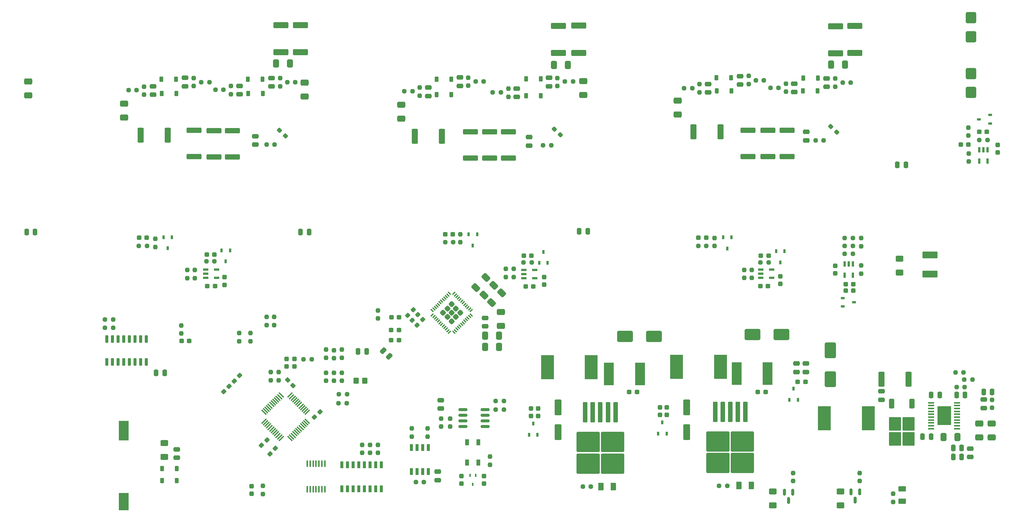
<source format=gbr>
%TF.GenerationSoftware,KiCad,Pcbnew,7.0.1*%
%TF.CreationDate,2023-11-27T14:14:32+03:00*%
%TF.ProjectId,motordriver,6d6f746f-7264-4726-9976-65722e6b6963,rev?*%
%TF.SameCoordinates,Original*%
%TF.FileFunction,Paste,Top*%
%TF.FilePolarity,Positive*%
%FSLAX46Y46*%
G04 Gerber Fmt 4.6, Leading zero omitted, Abs format (unit mm)*
G04 Created by KiCad (PCBNEW 7.0.1) date 2023-11-27 14:14:32*
%MOMM*%
%LPD*%
G01*
G04 APERTURE LIST*
G04 Aperture macros list*
%AMRoundRect*
0 Rectangle with rounded corners*
0 $1 Rounding radius*
0 $2 $3 $4 $5 $6 $7 $8 $9 X,Y pos of 4 corners*
0 Add a 4 corners polygon primitive as box body*
4,1,4,$2,$3,$4,$5,$6,$7,$8,$9,$2,$3,0*
0 Add four circle primitives for the rounded corners*
1,1,$1+$1,$2,$3*
1,1,$1+$1,$4,$5*
1,1,$1+$1,$6,$7*
1,1,$1+$1,$8,$9*
0 Add four rect primitives between the rounded corners*
20,1,$1+$1,$2,$3,$4,$5,0*
20,1,$1+$1,$4,$5,$6,$7,0*
20,1,$1+$1,$6,$7,$8,$9,0*
20,1,$1+$1,$8,$9,$2,$3,0*%
G04 Aperture macros list end*
%ADD10RoundRect,0.237500X0.250000X0.237500X-0.250000X0.237500X-0.250000X-0.237500X0.250000X-0.237500X0*%
%ADD11RoundRect,0.250000X0.475000X-0.250000X0.475000X0.250000X-0.475000X0.250000X-0.475000X-0.250000X0*%
%ADD12RoundRect,0.249999X1.425001X-0.450001X1.425001X0.450001X-1.425001X0.450001X-1.425001X-0.450001X0*%
%ADD13RoundRect,0.250000X-0.250000X-0.475000X0.250000X-0.475000X0.250000X0.475000X-0.250000X0.475000X0*%
%ADD14RoundRect,0.250000X-1.425000X0.362500X-1.425000X-0.362500X1.425000X-0.362500X1.425000X0.362500X0*%
%ADD15RoundRect,0.237500X0.300000X0.237500X-0.300000X0.237500X-0.300000X-0.237500X0.300000X-0.237500X0*%
%ADD16R,0.600000X1.200000*%
%ADD17RoundRect,0.237500X0.237500X-0.250000X0.237500X0.250000X-0.237500X0.250000X-0.237500X-0.250000X0*%
%ADD18RoundRect,0.237500X0.237500X-0.300000X0.237500X0.300000X-0.237500X0.300000X-0.237500X-0.300000X0*%
%ADD19RoundRect,0.250000X-0.475000X0.250000X-0.475000X-0.250000X0.475000X-0.250000X0.475000X0.250000X0*%
%ADD20RoundRect,0.237500X-0.237500X0.250000X-0.237500X-0.250000X0.237500X-0.250000X0.237500X0.250000X0*%
%ADD21RoundRect,0.225000X0.225000X0.375000X-0.225000X0.375000X-0.225000X-0.375000X0.225000X-0.375000X0*%
%ADD22RoundRect,0.250000X-0.550000X1.500000X-0.550000X-1.500000X0.550000X-1.500000X0.550000X1.500000X0*%
%ADD23R,0.600000X0.850000*%
%ADD24RoundRect,0.250000X-1.450000X0.537500X-1.450000X-0.537500X1.450000X-0.537500X1.450000X0.537500X0*%
%ADD25RoundRect,0.250000X-0.350000X0.850000X-0.350000X-0.850000X0.350000X-0.850000X0.350000X0.850000X0*%
%ADD26RoundRect,0.250000X-1.125000X1.275000X-1.125000X-1.275000X1.125000X-1.275000X1.125000X1.275000X0*%
%ADD27RoundRect,0.237500X-0.250000X-0.237500X0.250000X-0.237500X0.250000X0.237500X-0.250000X0.237500X0*%
%ADD28RoundRect,0.249999X-0.450001X-1.425001X0.450001X-1.425001X0.450001X1.425001X-0.450001X1.425001X0*%
%ADD29RoundRect,0.237500X-0.237500X0.300000X-0.237500X-0.300000X0.237500X-0.300000X0.237500X0.300000X0*%
%ADD30RoundRect,0.250000X-0.167938X0.751301X-0.751301X0.167938X0.167938X-0.751301X0.751301X-0.167938X0*%
%ADD31RoundRect,0.250000X0.412500X0.650000X-0.412500X0.650000X-0.412500X-0.650000X0.412500X-0.650000X0*%
%ADD32RoundRect,0.250000X-0.625000X0.375000X-0.625000X-0.375000X0.625000X-0.375000X0.625000X0.375000X0*%
%ADD33R,0.650000X1.525000*%
%ADD34RoundRect,0.237500X-0.044194X-0.380070X0.380070X0.044194X0.044194X0.380070X-0.380070X-0.044194X0*%
%ADD35RoundRect,0.250000X-0.300000X2.050000X-0.300000X-2.050000X0.300000X-2.050000X0.300000X2.050000X0*%
%ADD36RoundRect,0.250000X-2.375000X2.025000X-2.375000X-2.025000X2.375000X-2.025000X2.375000X2.025000X0*%
%ADD37R,2.200000X5.200000*%
%ADD38RoundRect,0.250000X-1.500000X-1.000000X1.500000X-1.000000X1.500000X1.000000X-1.500000X1.000000X0*%
%ADD39RoundRect,0.237500X-0.300000X-0.237500X0.300000X-0.237500X0.300000X0.237500X-0.300000X0.237500X0*%
%ADD40RoundRect,0.250000X0.250000X0.475000X-0.250000X0.475000X-0.250000X-0.475000X0.250000X-0.475000X0*%
%ADD41RoundRect,0.225000X-0.225000X-0.375000X0.225000X-0.375000X0.225000X0.375000X-0.225000X0.375000X0*%
%ADD42RoundRect,0.250000X0.625000X-0.400000X0.625000X0.400000X-0.625000X0.400000X-0.625000X-0.400000X0*%
%ADD43RoundRect,0.237500X-0.008839X-0.344715X0.344715X0.008839X0.008839X0.344715X-0.344715X-0.008839X0*%
%ADD44RoundRect,0.250000X-0.650000X0.412500X-0.650000X-0.412500X0.650000X-0.412500X0.650000X0.412500X0*%
%ADD45R,1.200000X0.600000*%
%ADD46RoundRect,0.250000X-0.625000X0.400000X-0.625000X-0.400000X0.625000X-0.400000X0.625000X0.400000X0*%
%ADD47R,0.850000X0.600000*%
%ADD48R,2.300000X4.000000*%
%ADD49R,2.300000X4.400000*%
%ADD50RoundRect,0.250000X0.000000X0.424264X-0.424264X0.000000X0.000000X-0.424264X0.424264X0.000000X0*%
%ADD51RoundRect,0.062500X0.220971X0.309359X-0.309359X-0.220971X-0.220971X-0.309359X0.309359X0.220971X0*%
%ADD52RoundRect,0.062500X-0.220971X0.309359X-0.309359X0.220971X0.220971X-0.309359X0.309359X-0.220971X0*%
%ADD53RoundRect,0.237500X0.344715X-0.008839X-0.008839X0.344715X-0.344715X0.008839X0.008839X-0.344715X0*%
%ADD54R,2.900000X5.400000*%
%ADD55RoundRect,0.150000X-0.150000X0.587500X-0.150000X-0.587500X0.150000X-0.587500X0.150000X0.587500X0*%
%ADD56R,0.900000X1.350000*%
%ADD57RoundRect,0.250000X0.375000X0.625000X-0.375000X0.625000X-0.375000X-0.625000X0.375000X-0.625000X0*%
%ADD58RoundRect,0.237500X0.044194X0.380070X-0.380070X-0.044194X-0.044194X-0.380070X0.380070X0.044194X0*%
%ADD59RoundRect,0.075000X-0.521491X0.415425X0.415425X-0.521491X0.521491X-0.415425X-0.415425X0.521491X0*%
%ADD60RoundRect,0.075000X-0.521491X-0.415425X-0.415425X-0.521491X0.521491X0.415425X0.415425X0.521491X0*%
%ADD61RoundRect,0.150000X-0.825000X-0.150000X0.825000X-0.150000X0.825000X0.150000X-0.825000X0.150000X0*%
%ADD62RoundRect,0.150000X-0.150000X0.725000X-0.150000X-0.725000X0.150000X-0.725000X0.150000X0.725000X0*%
%ADD63RoundRect,0.250000X0.900000X-1.000000X0.900000X1.000000X-0.900000X1.000000X-0.900000X-1.000000X0*%
%ADD64RoundRect,0.237500X0.380070X-0.044194X-0.044194X0.380070X-0.380070X0.044194X0.044194X-0.380070X0*%
%ADD65RoundRect,0.250000X0.650000X-0.412500X0.650000X0.412500X-0.650000X0.412500X-0.650000X-0.412500X0*%
%ADD66RoundRect,0.250000X-0.350000X-0.450000X0.350000X-0.450000X0.350000X0.450000X-0.350000X0.450000X0*%
%ADD67RoundRect,0.250000X-0.900000X1.000000X-0.900000X-1.000000X0.900000X-1.000000X0.900000X1.000000X0*%
%ADD68RoundRect,0.100000X-0.100000X0.637500X-0.100000X-0.637500X0.100000X-0.637500X0.100000X0.637500X0*%
%ADD69RoundRect,0.250000X1.000000X-1.500000X1.000000X1.500000X-1.000000X1.500000X-1.000000X-1.500000X0*%
%ADD70RoundRect,0.250000X0.512652X0.159099X0.159099X0.512652X-0.512652X-0.159099X-0.159099X-0.512652X0*%
%ADD71R,0.450000X0.700000*%
%ADD72R,1.450000X0.450000*%
%ADD73R,3.150000X4.350000*%
G04 APERTURE END LIST*
D10*
%TO.C,R9*%
X151788500Y-147828000D03*
X149963500Y-147828000D03*
%TD*%
D11*
%TO.C,C94*%
X117983000Y-130236000D03*
X117983000Y-128336000D03*
%TD*%
D12*
%TO.C,R149*%
X211175600Y-50038000D03*
X211175600Y-43938000D03*
%TD*%
D13*
%TO.C,C26*%
X53914000Y-122174000D03*
X55814000Y-122174000D03*
%TD*%
D14*
%TO.C,R42*%
X129032000Y-67818000D03*
X129032000Y-73743000D03*
%TD*%
D15*
%TO.C,C18*%
X210869700Y-102158800D03*
X209144700Y-102158800D03*
%TD*%
D16*
%TO.C,OPA5*%
X210804800Y-97606800D03*
X209854800Y-97606800D03*
X208904800Y-97606800D03*
X208904800Y-100106800D03*
X210804800Y-100106800D03*
%TD*%
D17*
%TO.C,R47*%
X79756000Y-123848500D03*
X79756000Y-122023500D03*
%TD*%
D18*
%TO.C,C112*%
X243382800Y-72490500D03*
X243382800Y-70765500D03*
%TD*%
D17*
%TO.C,R70*%
X179628800Y-93573600D03*
X179628800Y-91748600D03*
%TD*%
D19*
%TO.C,C99*%
X53187600Y-57520800D03*
X53187600Y-59420800D03*
%TD*%
D20*
%TO.C,R88*%
X197322400Y-144754200D03*
X197322400Y-146579200D03*
%TD*%
D15*
%TO.C,C14*%
X162152500Y-126492000D03*
X160427500Y-126492000D03*
%TD*%
D21*
%TO.C,D15*%
X120318800Y-55930800D03*
X117018800Y-55930800D03*
%TD*%
D10*
%TO.C,R141*%
X69086100Y-58318400D03*
X67261100Y-58318400D03*
%TD*%
D17*
%TO.C,R56*%
X80518000Y-111412500D03*
X80518000Y-109587500D03*
%TD*%
D22*
%TO.C,C16*%
X144399000Y-129915000D03*
X144399000Y-135515000D03*
%TD*%
D23*
%TO.C,Z2*%
X57489300Y-91561600D03*
X55589300Y-91561600D03*
X56539300Y-94061600D03*
%TD*%
D10*
%TO.C,R4*%
X235938700Y-125350816D03*
X234113700Y-125350816D03*
%TD*%
D18*
%TO.C,C77*%
X127762000Y-147166500D03*
X127762000Y-145441500D03*
%TD*%
D17*
%TO.C,R152*%
X81838800Y-57554500D03*
X81838800Y-55729500D03*
%TD*%
D24*
%TO.C,C61*%
X228142800Y-95601700D03*
X228142800Y-99876700D03*
%TD*%
D20*
%TO.C,R30*%
X103860000Y-108067500D03*
X103860000Y-109892500D03*
%TD*%
D15*
%TO.C,C52*%
X191108500Y-126492000D03*
X189383500Y-126492000D03*
%TD*%
D25*
%TO.C,D8*%
X224098200Y-129080817D03*
D26*
X223343200Y-133705817D03*
X220293200Y-133705817D03*
X223343200Y-137055817D03*
X220293200Y-137055817D03*
D25*
X219538200Y-129080817D03*
%TD*%
D17*
%TO.C,R48*%
X122428000Y-92706200D03*
X122428000Y-90881200D03*
%TD*%
D14*
%TO.C,R32*%
X195961000Y-67437000D03*
X195961000Y-73362000D03*
%TD*%
D23*
%TO.C,Z5*%
X70546000Y-94528000D03*
X68646000Y-94528000D03*
X69596000Y-97028000D03*
%TD*%
D17*
%TO.C,R117*%
X95758000Y-123952000D03*
X95758000Y-122127000D03*
%TD*%
D27*
%TO.C,R12*%
X208942300Y-93522800D03*
X210767300Y-93522800D03*
%TD*%
D11*
%TO.C,C27*%
X58547000Y-141292000D03*
X58547000Y-139392000D03*
%TD*%
D28*
%TO.C,R7*%
X217244200Y-123572816D03*
X223344200Y-123572816D03*
%TD*%
D10*
%TO.C,R64*%
X191817000Y-97282000D03*
X189992000Y-97282000D03*
%TD*%
%TO.C,R61*%
X138453500Y-97282000D03*
X136628500Y-97282000D03*
%TD*%
%TO.C,R52*%
X96882500Y-127000000D03*
X95057500Y-127000000D03*
%TD*%
%TO.C,R125*%
X114196500Y-146812000D03*
X112371500Y-146812000D03*
%TD*%
D17*
%TO.C,R151*%
X111506000Y-136548500D03*
X111506000Y-134723500D03*
%TD*%
%TO.C,R124*%
X62331600Y-57503700D03*
X62331600Y-55678700D03*
%TD*%
D29*
%TO.C,C74*%
X194411600Y-100381900D03*
X194411600Y-102106900D03*
%TD*%
D10*
%TO.C,R143*%
X131519300Y-58928000D03*
X129694300Y-58928000D03*
%TD*%
D28*
%TO.C,R96*%
X50450000Y-68580000D03*
X56550000Y-68580000D03*
%TD*%
D17*
%TO.C,R53*%
X59600000Y-113312500D03*
X59600000Y-111487500D03*
%TD*%
D13*
%TO.C,C50*%
X86426000Y-90373200D03*
X88326000Y-90373200D03*
%TD*%
D30*
%TO.C,C81*%
X131660854Y-104152746D03*
X129451146Y-106362454D03*
%TD*%
D19*
%TO.C,C10*%
X217246200Y-126346416D03*
X217246200Y-128246416D03*
%TD*%
D14*
%TO.C,R34*%
X66936000Y-67564000D03*
X66936000Y-73489000D03*
%TD*%
D20*
%TO.C,R153*%
X70764400Y-57507500D03*
X70764400Y-59332500D03*
%TD*%
D29*
%TO.C,C64*%
X69291200Y-100585100D03*
X69291200Y-102310100D03*
%TD*%
D31*
%TO.C,C49*%
X208978900Y-52679600D03*
X205853900Y-52679600D03*
%TD*%
D32*
%TO.C,D2*%
X221869000Y-148330001D03*
X221869000Y-151130001D03*
%TD*%
D33*
%TO.C,IC3*%
X104648000Y-142912000D03*
X103378000Y-142912000D03*
X102108000Y-142912000D03*
X100838000Y-142912000D03*
X99568000Y-142912000D03*
X98298000Y-142912000D03*
X97028000Y-142912000D03*
X95758000Y-142912000D03*
X95758000Y-148336000D03*
X97028000Y-148336000D03*
X98298000Y-148336000D03*
X99568000Y-148336000D03*
X100838000Y-148336000D03*
X102108000Y-148336000D03*
X103378000Y-148336000D03*
X104648000Y-148336000D03*
%TD*%
D11*
%TO.C,C110*%
X185420000Y-57134800D03*
X185420000Y-55234800D03*
%TD*%
D27*
%TO.C,R133*%
X130387500Y-128470000D03*
X132212500Y-128470000D03*
%TD*%
D33*
%TO.C,IC4*%
X115189000Y-139020000D03*
X113919000Y-139020000D03*
X112649000Y-139020000D03*
X111379000Y-139020000D03*
X111379000Y-144444000D03*
X112649000Y-144444000D03*
X113919000Y-144444000D03*
X115189000Y-144444000D03*
%TD*%
D20*
%TO.C,R63*%
X186333908Y-98938838D03*
X186333908Y-100763838D03*
%TD*%
D34*
%TO.C,C29*%
X89560120Y-132181880D03*
X90779880Y-130962120D03*
%TD*%
D27*
%TO.C,R45*%
X192229100Y-57861200D03*
X194054100Y-57861200D03*
%TD*%
D17*
%TO.C,R119*%
X92202000Y-123952000D03*
X92202000Y-122127000D03*
%TD*%
D35*
%TO.C,U5*%
X186553000Y-130943000D03*
X184853000Y-130943000D03*
X183153000Y-130943000D03*
D36*
X185928000Y-137668000D03*
X180378000Y-137668000D03*
X185928000Y-142518000D03*
X180378000Y-142518000D03*
D35*
X181453000Y-130943000D03*
X179753000Y-130943000D03*
%TD*%
D37*
%TO.C,D6*%
X184587000Y-122301000D03*
X191587000Y-122301000D03*
%TD*%
D19*
%TO.C,C43*%
X137871200Y-69001600D03*
X137871200Y-70901600D03*
%TD*%
%TO.C,C108*%
X178155600Y-57012800D03*
X178155600Y-58912800D03*
%TD*%
D38*
%TO.C,C13*%
X159489000Y-113919000D03*
X165989000Y-113919000D03*
%TD*%
D39*
%TO.C,C22*%
X106833500Y-114808000D03*
X108558500Y-114808000D03*
%TD*%
D40*
%TO.C,R2*%
X235280200Y-141098816D03*
X233380200Y-141098816D03*
%TD*%
D29*
%TO.C,C62*%
X83312000Y-119025500D03*
X83312000Y-120750500D03*
%TD*%
D20*
%TO.C,R87*%
X118045000Y-132461000D03*
X118045000Y-134286000D03*
%TD*%
D41*
%TO.C,D9*%
X55246000Y-146438000D03*
X58546000Y-146438000D03*
%TD*%
D29*
%TO.C,L7*%
X167386000Y-129947500D03*
X167386000Y-131672500D03*
%TD*%
D11*
%TO.C,C109*%
X204851000Y-57658000D03*
X204851000Y-55758000D03*
%TD*%
%TO.C,C102*%
X79908400Y-57592000D03*
X79908400Y-55692000D03*
%TD*%
D17*
%TO.C,R123*%
X124206000Y-57402100D03*
X124206000Y-55577100D03*
%TD*%
D21*
%TO.C,D22*%
X183387000Y-55626000D03*
X180087000Y-55626000D03*
%TD*%
D19*
%TO.C,C103*%
X115163600Y-57825600D03*
X115163600Y-59725600D03*
%TD*%
D11*
%TO.C,C101*%
X60452000Y-57526000D03*
X60452000Y-55626000D03*
%TD*%
D15*
%TO.C,C59*%
X236792500Y-70700000D03*
X235067500Y-70700000D03*
%TD*%
D17*
%TO.C,R40*%
X53691700Y-93774900D03*
X53691700Y-91949900D03*
%TD*%
D10*
%TO.C,R38*%
X127658500Y-56489600D03*
X125833500Y-56489600D03*
%TD*%
D41*
%TO.C,D12*%
X55144400Y-59131200D03*
X58444400Y-59131200D03*
%TD*%
%TO.C,D25*%
X199518000Y-58572400D03*
X202818000Y-58572400D03*
%TD*%
D40*
%TO.C,C4*%
X235280200Y-139066816D03*
X233380200Y-139066816D03*
%TD*%
D42*
%TO.C,R91*%
X208026000Y-152019600D03*
X208026000Y-148919600D03*
%TD*%
%TO.C,R146*%
X221284800Y-99543200D03*
X221284800Y-96443200D03*
%TD*%
D34*
%TO.C,C68*%
X69090120Y-126409880D03*
X70309880Y-125190120D03*
%TD*%
D17*
%TO.C,R159*%
X206806800Y-57605300D03*
X206806800Y-55780300D03*
%TD*%
D43*
%TO.C,R16*%
X112654765Y-111445235D03*
X113945235Y-110154765D03*
%TD*%
D12*
%TO.C,R95*%
X82042000Y-49836800D03*
X82042000Y-43736800D03*
%TD*%
D10*
%TO.C,R49*%
X67056000Y-97028000D03*
X65231000Y-97028000D03*
%TD*%
D17*
%TO.C,R54*%
X78800000Y-111412500D03*
X78800000Y-109587500D03*
%TD*%
D44*
%TO.C,C1*%
X242011200Y-133567316D03*
X242011200Y-136692316D03*
%TD*%
D27*
%TO.C,R5*%
X233859700Y-122048816D03*
X235684700Y-122048816D03*
%TD*%
D44*
%TO.C,C34*%
X87376000Y-56730500D03*
X87376000Y-59855500D03*
%TD*%
D20*
%TO.C,R90*%
X212293200Y-144731100D03*
X212293200Y-146556100D03*
%TD*%
D45*
%TO.C,OPA1*%
X65044000Y-98872000D03*
X65044000Y-99822000D03*
X65044000Y-100772000D03*
X67544000Y-100772000D03*
X67544000Y-98872000D03*
%TD*%
D15*
%TO.C,C63*%
X61362500Y-115000000D03*
X59637500Y-115000000D03*
%TD*%
D12*
%TO.C,R147*%
X86410800Y-49836800D03*
X86410800Y-43736800D03*
%TD*%
D41*
%TO.C,D19*%
X180112400Y-58572400D03*
X183412400Y-58572400D03*
%TD*%
D14*
%TO.C,R17*%
X187198000Y-67437000D03*
X187198000Y-73362000D03*
%TD*%
D28*
%TO.C,R100*%
X174877000Y-67818000D03*
X180977000Y-67818000D03*
%TD*%
D27*
%TO.C,R69*%
X118975500Y-92710000D03*
X120800500Y-92710000D03*
%TD*%
D23*
%TO.C,Z4*%
X183466500Y-91626300D03*
X181566500Y-91626300D03*
X182516500Y-94126300D03*
%TD*%
D19*
%TO.C,C100*%
X72694800Y-57470000D03*
X72694800Y-59370000D03*
%TD*%
D37*
%TO.C,D4*%
X155829000Y-122428000D03*
X162829000Y-122428000D03*
%TD*%
D46*
%TO.C,R58*%
X55753000Y-138030000D03*
X55753000Y-141130000D03*
%TD*%
D31*
%TO.C,C42*%
X84062500Y-52425600D03*
X80937500Y-52425600D03*
%TD*%
D38*
%TO.C,C35*%
X188214000Y-113538000D03*
X194714000Y-113538000D03*
%TD*%
D30*
%TO.C,C80*%
X129933654Y-102425546D03*
X127723946Y-104635254D03*
%TD*%
D47*
%TO.C,Z9*%
X241666400Y-65923200D03*
X241666400Y-64023200D03*
X239166400Y-64973200D03*
%TD*%
D44*
%TO.C,C117*%
X150114000Y-56349500D03*
X150114000Y-59474500D03*
%TD*%
D10*
%TO.C,R130*%
X142847700Y-70815200D03*
X141022700Y-70815200D03*
%TD*%
D17*
%TO.C,R62*%
X188033908Y-100763838D03*
X188033908Y-98938838D03*
%TD*%
D13*
%TO.C,C8*%
X228422200Y-127125817D03*
X230322200Y-127125817D03*
%TD*%
D48*
%TO.C,IC5*%
X46609000Y-151219000D03*
D49*
X46609000Y-135219000D03*
%TD*%
D16*
%TO.C,OPA4*%
X241092400Y-71902000D03*
X240142400Y-71902000D03*
X239192400Y-71902000D03*
X239192400Y-74402000D03*
X241092400Y-74402000D03*
%TD*%
D15*
%TO.C,C69*%
X67006000Y-95504000D03*
X65281000Y-95504000D03*
%TD*%
D50*
%TO.C,U4*%
X122380737Y-108617473D03*
X121412000Y-107648737D03*
X120443264Y-106680000D03*
X121412000Y-109586209D03*
X120443264Y-108617473D03*
X119474528Y-107648737D03*
X120443264Y-110554946D03*
X119474528Y-109586209D03*
X118505791Y-108617473D03*
D51*
X124818487Y-108131337D03*
X124464934Y-107777784D03*
X124111380Y-107424230D03*
X123757827Y-107070677D03*
X123404274Y-106717124D03*
X123050720Y-106363570D03*
X122697167Y-106010017D03*
X122343613Y-105656463D03*
X121990060Y-105302910D03*
X121636507Y-104949357D03*
X121282953Y-104595803D03*
X120929400Y-104242250D03*
D52*
X119957128Y-104242250D03*
X119603575Y-104595803D03*
X119250021Y-104949357D03*
X118896468Y-105302910D03*
X118542915Y-105656463D03*
X118189361Y-106010017D03*
X117835808Y-106363570D03*
X117482254Y-106717124D03*
X117128701Y-107070677D03*
X116775148Y-107424230D03*
X116421594Y-107777784D03*
X116068041Y-108131337D03*
D51*
X116068041Y-109103609D03*
X116421594Y-109457162D03*
X116775148Y-109810716D03*
X117128701Y-110164269D03*
X117482254Y-110517822D03*
X117835808Y-110871376D03*
X118189361Y-111224929D03*
X118542915Y-111578483D03*
X118896468Y-111932036D03*
X119250021Y-112285589D03*
X119603575Y-112639143D03*
X119957128Y-112992696D03*
D52*
X120929400Y-112992696D03*
X121282953Y-112639143D03*
X121636507Y-112285589D03*
X121990060Y-111932036D03*
X122343613Y-111578483D03*
X122697167Y-111224929D03*
X123050720Y-110871376D03*
X123404274Y-110517822D03*
X123757827Y-110164269D03*
X124111380Y-109810716D03*
X124464934Y-109457162D03*
X124818487Y-109103609D03*
%TD*%
D53*
%TO.C,R127*%
X82992035Y-68717235D03*
X81701565Y-67426765D03*
%TD*%
D11*
%TO.C,C106*%
X142367000Y-57541200D03*
X142367000Y-55641200D03*
%TD*%
D15*
%TO.C,C75*%
X191773491Y-95747805D03*
X190048491Y-95747805D03*
%TD*%
D17*
%TO.C,R118*%
X93980000Y-123952000D03*
X93980000Y-122127000D03*
%TD*%
D27*
%TO.C,R142*%
X145950300Y-56489600D03*
X147775300Y-56489600D03*
%TD*%
D12*
%TO.C,R97*%
X149047200Y-49987200D03*
X149047200Y-43887200D03*
%TD*%
D54*
%TO.C,L4*%
X180975000Y-120777000D03*
X171075000Y-120777000D03*
%TD*%
D20*
%TO.C,R60*%
X132608000Y-98721500D03*
X132608000Y-100546500D03*
%TD*%
D47*
%TO.C,Z8*%
X208534438Y-105277388D03*
X208534438Y-107177388D03*
X211034438Y-106227388D03*
%TD*%
D41*
%TO.C,D13*%
X74600800Y-59182000D03*
X77900800Y-59182000D03*
%TD*%
D10*
%TO.C,R13*%
X210767300Y-95300800D03*
X208942300Y-95300800D03*
%TD*%
D11*
%TO.C,C6*%
X240233200Y-130110816D03*
X240233200Y-128210816D03*
%TD*%
D55*
%TO.C,Q17*%
X212278000Y-149024100D03*
X210378000Y-149024100D03*
X211328000Y-150899100D03*
%TD*%
D27*
%TO.C,R39*%
X109780700Y-58623200D03*
X111605700Y-58623200D03*
%TD*%
D44*
%TO.C,C98*%
X25146000Y-56476500D03*
X25146000Y-59601500D03*
%TD*%
D39*
%TO.C,C65*%
X65431500Y-102616000D03*
X67156500Y-102616000D03*
%TD*%
D29*
%TO.C,C88*%
X75438000Y-147727500D03*
X75438000Y-149452500D03*
%TD*%
D56*
%TO.C,FL1*%
X126420000Y-137850000D03*
X123920000Y-137850000D03*
X123920000Y-142400000D03*
X126420000Y-142400000D03*
%TD*%
D57*
%TO.C,D3*%
X156848000Y-147828000D03*
X154048000Y-147828000D03*
%TD*%
D17*
%TO.C,R23*%
X95758000Y-118768500D03*
X95758000Y-116943500D03*
%TD*%
D57*
%TO.C,D7*%
X187886800Y-147523200D03*
X185086800Y-147523200D03*
%TD*%
D17*
%TO.C,R59*%
X134400000Y-100546500D03*
X134400000Y-98721500D03*
%TD*%
D12*
%TO.C,R99*%
X206857600Y-50088800D03*
X206857600Y-43988800D03*
%TD*%
D22*
%TO.C,C54*%
X173355000Y-129915000D03*
X173355000Y-135515000D03*
%TD*%
D20*
%TO.C,R66*%
X236829600Y-72696700D03*
X236829600Y-74521700D03*
%TD*%
D39*
%TO.C,C121*%
X239229100Y-67818000D03*
X240954100Y-67818000D03*
%TD*%
D20*
%TO.C,R126*%
X51206400Y-57609100D03*
X51206400Y-59434100D03*
%TD*%
D10*
%TO.C,R73*%
X44212500Y-110100000D03*
X42387500Y-110100000D03*
%TD*%
D17*
%TO.C,R14*%
X81534000Y-123848500D03*
X81534000Y-122023500D03*
%TD*%
D58*
%TO.C,C67*%
X72709880Y-122790120D03*
X71490120Y-124009880D03*
%TD*%
D43*
%TO.C,R19*%
X111554765Y-110345235D03*
X112845235Y-109054765D03*
%TD*%
D13*
%TO.C,C89*%
X99380000Y-117348000D03*
X101280000Y-117348000D03*
%TD*%
D59*
%TO.C,U6*%
X82059212Y-127192124D03*
X81705658Y-127545678D03*
X81352105Y-127899231D03*
X80998551Y-128252785D03*
X80644998Y-128606338D03*
X80291445Y-128959891D03*
X79937891Y-129313445D03*
X79584338Y-129666998D03*
X79230785Y-130020551D03*
X78877231Y-130374105D03*
X78523678Y-130727658D03*
X78170124Y-131081212D03*
D60*
X78170124Y-133078788D03*
X78523678Y-133432342D03*
X78877231Y-133785895D03*
X79230785Y-134139449D03*
X79584338Y-134493002D03*
X79937891Y-134846555D03*
X80291445Y-135200109D03*
X80644998Y-135553662D03*
X80998551Y-135907215D03*
X81352105Y-136260769D03*
X81705658Y-136614322D03*
X82059212Y-136967876D03*
D59*
X84056788Y-136967876D03*
X84410342Y-136614322D03*
X84763895Y-136260769D03*
X85117449Y-135907215D03*
X85471002Y-135553662D03*
X85824555Y-135200109D03*
X86178109Y-134846555D03*
X86531662Y-134493002D03*
X86885215Y-134139449D03*
X87238769Y-133785895D03*
X87592322Y-133432342D03*
X87945876Y-133078788D03*
D60*
X87945876Y-131081212D03*
X87592322Y-130727658D03*
X87238769Y-130374105D03*
X86885215Y-130020551D03*
X86531662Y-129666998D03*
X86178109Y-129313445D03*
X85824555Y-128959891D03*
X85471002Y-128606338D03*
X85117449Y-128252785D03*
X84763895Y-127899231D03*
X84410342Y-127545678D03*
X84056788Y-127192124D03*
%TD*%
D17*
%TO.C,R55*%
X72644000Y-115012500D03*
X72644000Y-113187500D03*
%TD*%
D54*
%TO.C,L1*%
X214249000Y-132412016D03*
X204349000Y-132412016D03*
%TD*%
D27*
%TO.C,R71*%
X175965200Y-93536700D03*
X177790200Y-93536700D03*
%TD*%
D61*
%TO.C,U3*%
X123001000Y-130429000D03*
X123001000Y-131699000D03*
X123001000Y-132969000D03*
X123001000Y-134239000D03*
X127951000Y-134239000D03*
X127951000Y-132969000D03*
X127951000Y-131699000D03*
X127951000Y-130429000D03*
%TD*%
D13*
%TO.C,C41*%
X24754800Y-90373200D03*
X26654800Y-90373200D03*
%TD*%
D53*
%TO.C,R131*%
X207111600Y-67919600D03*
X205821130Y-66629130D03*
%TD*%
D62*
%TO.C,U2*%
X51689000Y-114519000D03*
X50419000Y-114519000D03*
X49149000Y-114519000D03*
X47879000Y-114519000D03*
X46609000Y-114519000D03*
X45339000Y-114519000D03*
X44069000Y-114519000D03*
X42799000Y-114519000D03*
X42799000Y-119669000D03*
X44069000Y-119669000D03*
X45339000Y-119669000D03*
X46609000Y-119669000D03*
X47879000Y-119669000D03*
X49149000Y-119669000D03*
X50419000Y-119669000D03*
X51689000Y-119669000D03*
%TD*%
D17*
%TO.C,R157*%
X187299600Y-57046500D03*
X187299600Y-55221500D03*
%TD*%
D18*
%TO.C,C53*%
X168910000Y-131672500D03*
X168910000Y-129947500D03*
%TD*%
D63*
%TO.C,D23*%
X237388400Y-58944400D03*
X237388400Y-54644400D03*
%TD*%
D29*
%TO.C,C17*%
X206806800Y-97994300D03*
X206806800Y-99719300D03*
%TD*%
D20*
%TO.C,R154*%
X113233200Y-57812300D03*
X113233200Y-59637300D03*
%TD*%
D39*
%TO.C,C20*%
X106857500Y-109600000D03*
X108582500Y-109600000D03*
%TD*%
D27*
%TO.C,R33*%
X47703100Y-58369200D03*
X49528100Y-58369200D03*
%TD*%
D17*
%TO.C,R3*%
X242133200Y-130055523D03*
X242133200Y-128230523D03*
%TD*%
D29*
%TO.C,L2*%
X138303000Y-130201500D03*
X138303000Y-131926500D03*
%TD*%
D15*
%TO.C,C72*%
X138406500Y-95758000D03*
X136681500Y-95758000D03*
%TD*%
D27*
%TO.C,R140*%
X83417400Y-56642000D03*
X85242400Y-56642000D03*
%TD*%
D14*
%TO.C,R36*%
X71120000Y-67564000D03*
X71120000Y-73489000D03*
%TD*%
D19*
%TO.C,C11*%
X200177400Y-120082816D03*
X200177400Y-121982816D03*
%TD*%
D20*
%TO.C,R67*%
X236789600Y-66854700D03*
X236789600Y-68679700D03*
%TD*%
%TO.C,R158*%
X195681600Y-56948700D03*
X195681600Y-58773700D03*
%TD*%
D28*
%TO.C,R98*%
X112139000Y-68834000D03*
X118239000Y-68834000D03*
%TD*%
D17*
%TO.C,R150*%
X115062000Y-136548500D03*
X115062000Y-134723500D03*
%TD*%
D19*
%TO.C,C47*%
X200304400Y-67833200D03*
X200304400Y-69733200D03*
%TD*%
D58*
%TO.C,C30*%
X80772000Y-139192000D03*
X79552240Y-140411760D03*
%TD*%
D43*
%TO.C,R29*%
X110509530Y-109190470D03*
X111800000Y-107900000D03*
%TD*%
D21*
%TO.C,D11*%
X58419000Y-55981600D03*
X55119000Y-55981600D03*
%TD*%
D19*
%TO.C,C78*%
X117348000Y-144465000D03*
X117348000Y-146365000D03*
%TD*%
D31*
%TO.C,C3*%
X234302700Y-136653816D03*
X231177700Y-136653816D03*
%TD*%
D17*
%TO.C,R120*%
X102108000Y-140208000D03*
X102108000Y-138383000D03*
%TD*%
D10*
%TO.C,R10*%
X210767300Y-91744800D03*
X208942300Y-91744800D03*
%TD*%
D17*
%TO.C,R155*%
X144272000Y-57503700D03*
X144272000Y-55678700D03*
%TD*%
D20*
%TO.C,R86*%
X120077000Y-132461000D03*
X120077000Y-134286000D03*
%TD*%
D23*
%TO.C,Z1*%
X137861000Y-136104000D03*
X139761000Y-136104000D03*
X138811000Y-133604000D03*
%TD*%
D58*
%TO.C,C28*%
X78841880Y-137312120D03*
X77622120Y-138531880D03*
%TD*%
D21*
%TO.C,D14*%
X77850000Y-55981600D03*
X74550000Y-55981600D03*
%TD*%
D10*
%TO.C,R18*%
X65885700Y-56591200D03*
X64060700Y-56591200D03*
%TD*%
D64*
%TO.C,C31*%
X84709880Y-125009880D03*
X83490120Y-123790120D03*
%TD*%
D11*
%TO.C,C46*%
X128016000Y-111694000D03*
X128016000Y-109794000D03*
%TD*%
D15*
%TO.C,L3*%
X200074700Y-124207816D03*
X198349700Y-124207816D03*
%TD*%
D23*
%TO.C,Z10*%
X196484200Y-128231815D03*
X198384200Y-128231815D03*
X197434200Y-125731815D03*
%TD*%
D44*
%TO.C,C23*%
X131572000Y-108419500D03*
X131572000Y-111544500D03*
%TD*%
D65*
%TO.C,C111*%
X46736000Y-64554500D03*
X46736000Y-61429500D03*
%TD*%
D10*
%TO.C,R44*%
X190752100Y-56184800D03*
X188927100Y-56184800D03*
%TD*%
D31*
%TO.C,C45*%
X146596500Y-52730400D03*
X143471500Y-52730400D03*
%TD*%
D11*
%TO.C,C105*%
X122275600Y-57439600D03*
X122275600Y-55539600D03*
%TD*%
D18*
%TO.C,C15*%
X139954000Y-131926500D03*
X139954000Y-130201500D03*
%TD*%
D21*
%TO.C,D17*%
X140486400Y-55880000D03*
X137186400Y-55880000D03*
%TD*%
D17*
%TO.C,R8*%
X219837000Y-151280500D03*
X219837000Y-149455500D03*
%TD*%
D27*
%TO.C,R101*%
X239228000Y-69646800D03*
X241053000Y-69646800D03*
%TD*%
D19*
%TO.C,C107*%
X197612000Y-56962000D03*
X197612000Y-58862000D03*
%TD*%
D14*
%TO.C,R35*%
X62484000Y-67437000D03*
X62484000Y-73362000D03*
%TD*%
D66*
%TO.C,FB1*%
X98900000Y-123900000D03*
X100900000Y-123900000D03*
%TD*%
D17*
%TO.C,R57*%
X75184000Y-115012500D03*
X75184000Y-113187500D03*
%TD*%
D10*
%TO.C,R144*%
X174597700Y-57962800D03*
X172772700Y-57962800D03*
%TD*%
D20*
%TO.C,R156*%
X133197600Y-58066300D03*
X133197600Y-59891300D03*
%TD*%
D40*
%TO.C,C5*%
X242133200Y-126476023D03*
X240233200Y-126476023D03*
%TD*%
D67*
%TO.C,D21*%
X237337600Y-42096800D03*
X237337600Y-46396800D03*
%TD*%
D12*
%TO.C,R148*%
X144526000Y-50038000D03*
X144526000Y-43938000D03*
%TD*%
D40*
%TO.C,C9*%
X228356200Y-136523817D03*
X226456200Y-136523817D03*
%TD*%
D30*
%TO.C,C37*%
X128104854Y-100695146D03*
X125895146Y-102904854D03*
%TD*%
D39*
%TO.C,C70*%
X137079500Y-102682000D03*
X138804500Y-102682000D03*
%TD*%
D27*
%TO.C,R46*%
X50029200Y-93506800D03*
X51854200Y-93506800D03*
%TD*%
D19*
%TO.C,C104*%
X135077200Y-58028800D03*
X135077200Y-59928800D03*
%TD*%
D31*
%TO.C,C83*%
X131102500Y-113792000D03*
X127977500Y-113792000D03*
%TD*%
D54*
%TO.C,L6*%
X151892000Y-120904000D03*
X141992000Y-120904000D03*
%TD*%
D21*
%TO.C,D20*%
X202868800Y-55676800D03*
X199568800Y-55676800D03*
%TD*%
D13*
%TO.C,C119*%
X220792000Y-75285600D03*
X222692000Y-75285600D03*
%TD*%
D10*
%TO.C,R37*%
X182472500Y-147680000D03*
X180647500Y-147680000D03*
%TD*%
D45*
%TO.C,OPA3*%
X190012000Y-98872000D03*
X190012000Y-99822000D03*
X190012000Y-100772000D03*
X192512000Y-100772000D03*
X192512000Y-98872000D03*
%TD*%
D39*
%TO.C,C21*%
X106847500Y-112500000D03*
X108572500Y-112500000D03*
%TD*%
D65*
%TO.C,C48*%
X109093000Y-64808500D03*
X109093000Y-61683500D03*
%TD*%
D21*
%TO.C,D10*%
X58546000Y-143771000D03*
X55246000Y-143771000D03*
%TD*%
D15*
%TO.C,C56*%
X120699700Y-90881200D03*
X118974700Y-90881200D03*
%TD*%
D23*
%TO.C,Z7*%
X195387000Y-94762000D03*
X193487000Y-94762000D03*
X194437000Y-97262000D03*
%TD*%
%TO.C,Z11*%
X166944000Y-135849999D03*
X168844000Y-135849999D03*
X167894000Y-133349999D03*
%TD*%
D19*
%TO.C,R1*%
X237185200Y-139259816D03*
X237185200Y-141159816D03*
%TD*%
D41*
%TO.C,D18*%
X137186400Y-59639200D03*
X140486400Y-59639200D03*
%TD*%
D15*
%TO.C,C57*%
X177741300Y-91707900D03*
X176016300Y-91707900D03*
%TD*%
D23*
%TO.C,Z3*%
X126172000Y-90952000D03*
X124272000Y-90952000D03*
X125222000Y-93452000D03*
%TD*%
D15*
%TO.C,C55*%
X51813800Y-91643200D03*
X50088800Y-91643200D03*
%TD*%
D35*
%TO.C,U11*%
X157324000Y-131058000D03*
X155624000Y-131058000D03*
X153924000Y-131058000D03*
D36*
X156699000Y-137783000D03*
X151149000Y-137783000D03*
X156699000Y-142633000D03*
X151149000Y-142633000D03*
D35*
X152224000Y-131058000D03*
X150524000Y-131058000D03*
%TD*%
D17*
%TO.C,R15*%
X212648800Y-99769300D03*
X212648800Y-97944300D03*
%TD*%
D20*
%TO.C,R94*%
X129050000Y-141077500D03*
X129050000Y-142902500D03*
%TD*%
D27*
%TO.C,R50*%
X87122000Y-119126000D03*
X88947000Y-119126000D03*
%TD*%
D19*
%TO.C,C44*%
X76250800Y-68798400D03*
X76250800Y-70698400D03*
%TD*%
D68*
%TO.C,U1*%
X91866000Y-142679500D03*
X91216000Y-142679500D03*
X90566000Y-142679500D03*
X89916000Y-142679500D03*
X89266000Y-142679500D03*
X88616000Y-142679500D03*
X87966000Y-142679500D03*
X87966000Y-148404500D03*
X88616000Y-148404500D03*
X89266000Y-148404500D03*
X89916000Y-148404500D03*
X90566000Y-148404500D03*
X91216000Y-148404500D03*
X91866000Y-148404500D03*
%TD*%
D14*
%TO.C,R31*%
X191643000Y-67437000D03*
X191643000Y-73362000D03*
%TD*%
D17*
%TO.C,R22*%
X77978000Y-149502500D03*
X77978000Y-147677500D03*
%TD*%
%TO.C,R24*%
X93980000Y-118872000D03*
X93980000Y-117047000D03*
%TD*%
D65*
%TO.C,C58*%
X171323000Y-63919500D03*
X171323000Y-60794500D03*
%TD*%
D27*
%TO.C,R145*%
X208485100Y-56692800D03*
X210310100Y-56692800D03*
%TD*%
D20*
%TO.C,R26*%
X60900000Y-98987500D03*
X60900000Y-100812500D03*
%TD*%
D27*
%TO.C,R51*%
X94987500Y-129000000D03*
X96812500Y-129000000D03*
%TD*%
D14*
%TO.C,R41*%
X124714000Y-67818000D03*
X124714000Y-73743000D03*
%TD*%
D53*
%TO.C,R129*%
X144866435Y-68514035D03*
X143575965Y-67223565D03*
%TD*%
D69*
%TO.C,C12*%
X205689200Y-123623616D03*
X205689200Y-117123616D03*
%TD*%
D41*
%TO.C,D16*%
X117095000Y-59385200D03*
X120395000Y-59385200D03*
%TD*%
D10*
%TO.C,R128*%
X80566900Y-70662800D03*
X78741900Y-70662800D03*
%TD*%
D39*
%TO.C,C73*%
X189937500Y-102600000D03*
X191662500Y-102600000D03*
%TD*%
D17*
%TO.C,R122*%
X103886000Y-140208000D03*
X103886000Y-138383000D03*
%TD*%
%TO.C,R25*%
X62600000Y-100812500D03*
X62600000Y-98987500D03*
%TD*%
D29*
%TO.C,C36*%
X85090000Y-119025500D03*
X85090000Y-120750500D03*
%TD*%
D70*
%TO.C,C24*%
X106371751Y-118471751D03*
X105028249Y-117128249D03*
%TD*%
D20*
%TO.C,R160*%
X176225200Y-57050300D03*
X176225200Y-58875300D03*
%TD*%
D19*
%TO.C,C25*%
X198069200Y-120082816D03*
X198069200Y-121982816D03*
%TD*%
D31*
%TO.C,C40*%
X131102500Y-116332000D03*
X127977500Y-116332000D03*
%TD*%
D17*
%TO.C,R11*%
X212600000Y-93612500D03*
X212600000Y-91787500D03*
%TD*%
D23*
%TO.C,Z6*%
X140147000Y-97368999D03*
X142047000Y-97368999D03*
X141097000Y-94868999D03*
%TD*%
D71*
%TO.C,D5*%
X125872000Y-145304000D03*
X124572000Y-145304000D03*
X125222000Y-147304000D03*
%TD*%
D10*
%TO.C,R132*%
X204214100Y-69748400D03*
X202389100Y-69748400D03*
%TD*%
D55*
%TO.C,Q16*%
X197256400Y-149047200D03*
X195356400Y-149047200D03*
X196306400Y-150922200D03*
%TD*%
D14*
%TO.C,R43*%
X133250000Y-67818000D03*
X133250000Y-73743000D03*
%TD*%
D42*
%TO.C,R89*%
X192750400Y-152042700D03*
X192750400Y-148942700D03*
%TD*%
D29*
%TO.C,C71*%
X141274800Y-100533200D03*
X141274800Y-102258200D03*
%TD*%
D10*
%TO.C,R72*%
X44212500Y-112014000D03*
X42387500Y-112014000D03*
%TD*%
D13*
%TO.C,C60*%
X149164000Y-90271600D03*
X151064000Y-90271600D03*
%TD*%
D10*
%TO.C,R85*%
X132182500Y-130420000D03*
X130357500Y-130420000D03*
%TD*%
D15*
%TO.C,C19*%
X210869700Y-103632000D03*
X209144700Y-103632000D03*
%TD*%
D10*
%TO.C,R6*%
X237693200Y-123699816D03*
X235868200Y-123699816D03*
%TD*%
D17*
%TO.C,R121*%
X100330000Y-140208000D03*
X100330000Y-138383000D03*
%TD*%
%TO.C,R27*%
X92202000Y-118768500D03*
X92202000Y-116943500D03*
%TD*%
D45*
%TO.C,OPA2*%
X136692000Y-98938000D03*
X136692000Y-99888000D03*
X136692000Y-100838000D03*
X139192000Y-100838000D03*
X139192000Y-98938000D03*
%TD*%
D40*
%TO.C,C7*%
X236042200Y-127128816D03*
X234142200Y-127128816D03*
%TD*%
D18*
%TO.C,C97*%
X122682000Y-147166500D03*
X122682000Y-145441500D03*
%TD*%
D72*
%TO.C,IC1*%
X234268200Y-134749817D03*
X234268200Y-134099817D03*
X234268200Y-133449817D03*
X234268200Y-132799817D03*
X234268200Y-132149817D03*
X234268200Y-131499817D03*
X234268200Y-130849817D03*
X234268200Y-130199817D03*
X234268200Y-129549817D03*
X234268200Y-128899817D03*
X228418200Y-128899817D03*
X228418200Y-129549817D03*
X228418200Y-130199817D03*
X228418200Y-130849817D03*
X228418200Y-131499817D03*
X228418200Y-132149817D03*
X228418200Y-132799817D03*
X228418200Y-133449817D03*
X228418200Y-134099817D03*
X228418200Y-134749817D03*
D73*
X231343200Y-131824817D03*
%TD*%
D44*
%TO.C,C2*%
X239217200Y-133567316D03*
X239217200Y-136692316D03*
%TD*%
M02*

</source>
